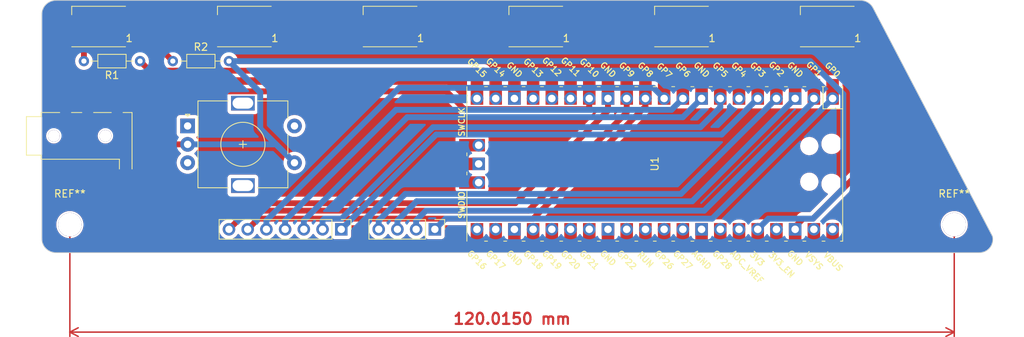
<source format=kicad_pcb>
(kicad_pcb (version 20221018) (generator pcbnew)
  (layers (0 "F.Cu" signal) (31 "B.Cu" signal) (34 "B.Paste" user) (35 "F.Paste" user) (36 "B.SilkS" user "B.Silkscreen") (37 "F.SilkS" user "F.Silkscreen") (38 "B.Mask" user) (39 "F.Mask" user) (44 "Edge.Cuts" user))
  (net 0 "")
  (net 1 "Net-(D1-VDD)")
  (net 2 "Net-(D1-DOUT)")
  (net 3 "Net-(D1-VSS)")
  (net 4 "Net-(D1-DIN)")
  (net 5 "Net-(D2-DOUT)")
  (net 6 "Net-(D3-DOUT)")
  (net 7 "Net-(D4-DOUT)")
  (net 8 "Net-(D5-DOUT)")
  (net 10 "Net-(J1-Pin_1)")
  (net 11 "Net-(J1-Pin_2)")
  (net 12 "Net-(J1-Pin_3)")
  (net 13 "Net-(J1-Pin_4)")
  (net 14 "Net-(J2-Pin_1)")
  (net 15 "Net-(J2-Pin_2)")
  (net 16 "Net-(J2-Pin_3)")
  (net 17 "Net-(J2-Pin_4)")
  (net 18 "Net-(J2-Pin_5)")
  (net 19 "Net-(J2-Pin_6)")
  (net 20 "Net-(J2-Pin_7)")
  (net 21 "Net-(J4-PadR1)")
  (net 22 "Net-(U1-GPIO10)")
  (net 23 "Net-(U1-GPIO14)")
  (net 24 "Net-(U1-3V3)")
  (net 25 "Net-(U1-GPIO13)")
  (net 26 "Net-(SW1-PadB)")
  (net 27 "Net-(U1-GPIO12)")
  (footprint "Connector_PinHeader_2.54mm:PinHeader_1x04_P2.54mm_Vertical" (layer "F.Cu") (at 123.19 104.14 -90)
    (fp_text reference "J1" hide)
    (fp_text value "Conn_01x04_Pin" hide)
    (fp_line (start -1.33 -1.33) (end 0 -1.33) (stroke (width 0.12)) (layer "F.SilkS"))
    (fp_line (start -1.33 0) (end -1.33 -1.33) (stroke (width 0.12)) (layer "F.SilkS"))
    (fp_line (start -1.33 1.27) (end -1.33 8.95) (stroke (width 0.12)) (layer "F.SilkS"))
    (fp_line (start -1.33 1.27) (end 1.33 1.27) (stroke (width 0.12)) (layer "F.SilkS"))
    (fp_line (start -1.33 8.95) (end 1.33 8.95) (stroke (width 0.12)) (layer "F.SilkS"))
    (fp_line (start 1.33 1.27) (end 1.33 8.95) (stroke (width 0.12)) (layer "F.SilkS"))
    (pad "1" thru_hole rect (at 0 0 270) (size 1.7 1.7) (drill 1) (layers "*.Cu" "*.Mask") (net 10 "Net-(J1-Pin_1)"))
    (pad "2" thru_hole oval (at 0 2.54 270) (size 1.7 1.7) (drill 1) (layers "*.Cu" "*.Mask") (net 11 "Net-(J1-Pin_2)"))
    (pad "3" thru_hole oval (at 0 5.08 270) (size 1.7 1.7) (drill 1) (layers "*.Cu" "*.Mask") (net 12 "Net-(J1-Pin_3)"))
    (pad "4" thru_hole oval (at 0 7.62 270) (size 1.7 1.7) (drill 1) (layers "*.Cu" "*.Mask") (net 13 "Net-(J1-Pin_4)"))
  )
  (footprint "MCU_RaspberryPi_and_Boards:RPi_Pico_SMD_TH" (layer "F.Cu") (at 153.035 95.25 -90)
    (fp_text reference "U1" (at 0 0 90) (layer "F.SilkS"))
    (fp_text value "Pico")
    (fp_text user "GP26" (at 13.054 -1.27 135) (layer "F.SilkS") (effects (font (size 0.8 0.8))))
    (fp_text user "GP0" (at -12.8 -24.13 135) (layer "F.SilkS") (effects (font (size 0.8 0.8))))
    (fp_text user "GP10" (at -13.054 8.89 135) (layer "F.SilkS") (effects (font (size 0.8 0.8))))
    (fp_text user "3V3" (at 12.9 -13.9 135) (layer "F.SilkS") (effects (font (size 0.8 0.8))))
    (fp_text user "GP16" (at 13.054 24.13 135) (layer "F.SilkS") (effects (font (size 0.8 0.8))))
    (fp_text user "GP27" (at 13.054 -3.8 135) (layer "F.SilkS") (effects (font (size 0.8 0.8))))
    (fp_text user "GP8" (at -12.8 1.27 135) (layer "F.SilkS") (effects (font (size 0.8 0.8))))
    (fp_text user "VSYS" (at 13.2 -21.59 135) (layer "F.SilkS") (effects (font (size 0.8 0.8))))
    (fp_text user "GP22" (at 13.054 3.81 135) (layer "F.SilkS") (effects (font (size 0.8 0.8))))
    (fp_text user "GP3" (at -12.8 -13.97 135) (layer "F.SilkS") (effects (font (size 0.8 0.8))))
    (fp_text user "SWDIO" (at 5.6 26.2 90) (layer "F.SilkS") (effects (font (size 0.8 0.8))))
    (fp_text user "GND" (at -12.8 -19.05 135) (layer "F.SilkS") (effects (font (size 0.8 0.8))))
    (fp_text user "SWCLK" (at -5.7 26.2 90) (layer "F.SilkS") (effects (font (size 0.8 0.8))))
    (fp_text user "GND" (at -12.8 6.35 135) (layer "F.SilkS") (effects (font (size 0.8 0.8))))
    (fp_text user "GND" (at 12.8 19.05 135) (layer "F.SilkS") (effects (font (size 0.8 0.8))))
    (fp_text user "RUN" (at 13 1.27 135) (layer "F.SilkS") (effects (font (size 0.8 0.8))))
    (fp_text user "GP12" (at -13.2 13.97 135) (layer "F.SilkS") (effects (font (size 0.8 0.8))))
    (fp_text user "GP14" (at -13.1 21.59 135) (layer "F.SilkS") (effects (font (size 0.8 0.8))))
    (fp_text user "3V3_EN" (at 13.7 -17.2 135) (layer "F.SilkS") (effects (font (size 0.8 0.8))))
    (fp_text user "GP21" (at 13.054 8.9 135) (layer "F.SilkS") (effects (font (size 0.8 0.8))))
    (fp_text user "ADC_VREF" (at 14 -12.5 135) (layer "F.SilkS") (effects (font (size 0.8 0.8))))
    (fp_text user "GND" (at -12.8 19.05 135) (layer "F.SilkS") (effects (font (size 0.8 0.8))))
    (fp_text user "GP28" (at 13.054 -9.144 135) (layer "F.SilkS") (effects (font (size 0.8 0.8))))
    (fp_text user "GP19" (at 13.054 13.97 135) (layer "F.SilkS") (effects (font (size 0.8 0.8))))
    (fp_text user "GP4" (at -12.8 -11.43 135) (layer "F.SilkS") (effects (font (size 0.8 0.8))))
    (fp_text user "GND" (at 12.8 -19.05 135) (layer "F.SilkS") (effects (font (size 0.8 0.8))))
    (fp_text user "GP7" (at -12.7 -1.3 135) (layer "F.SilkS") (effects (font (size 0.8 0.8))))
    (fp_text user "GP13" (at -13.054 16.51 135) (layer "F.SilkS") (effects (font (size 0.8 0.8))))
    (fp_text user "GP11" (at -13.2 11.43 135) (layer "F.SilkS") (effects (font (size 0.8 0.8))))
    (fp_text user "GND" (at 12.8 6.35 135) (layer "F.SilkS") (effects (font (size 0.8 0.8))))
    (fp_text user "GP17" (at 13.054 21.59 135) (layer "F.SilkS") (effects (font (size 0.8 0.8))))
    (fp_text user "GP18" (at 13.054 16.51 135) (layer "F.SilkS") (effects (font (size 0.8 0.8))))
    (fp_text user "GP6" (at -12.8 -3.81 135) (layer "F.SilkS") (effects (font (size 0.8 0.8))))
    (fp_text user "GP20" (at 13.054 11.43 135) (layer "F.SilkS") (effects (font (size 0.8 0.8))))
    (fp_text user "GP1" (at -12.9 -21.6 135) (layer "F.SilkS") (effects (font (size 0.8 0.8))))
    (fp_text user "AGND" (at 13.054 -6.35 135) (layer "F.SilkS") (effects (font (size 0.8 0.8))))
    (fp_text user "GP5" (at -12.8 -8.89 135) (layer "F.SilkS") (effects (font (size 0.8 0.8))))
    (fp_text user "GND" (at -12.8 -6.35 135) (layer "F.SilkS") (effects (font (size 0.8 0.8))))
    (fp_text user "GP2" (at -12.9 -16.51 135) (layer "F.SilkS") (effects (font (size 0.8 0.8))))
    (fp_text user "GP9" (at -12.8 3.81 135) (layer "F.SilkS") (effects (font (size 0.8 0.8))))
    (fp_text user "VBUS" (at 13.3 -24.2 135) (layer "F.SilkS") (effects (font (size 0.8 0.8))))
    (fp_text user "GP15" (at -13.054 24.13 135) (layer "F.SilkS") (effects (font (size 0.8 0.8))))
    (fp_line (start -10.5 -25.5) (end -10.5 -25.2) (stroke (width 0.12)) (layer "F.SilkS"))
    (fp_line (start -10.5 -25.5) (end 10.5 -25.5) (stroke (width 0.12)) (layer "F.SilkS"))
    (fp_line (start -10.5 -23.1) (end -10.5 -22.7) (stroke (width 0.12)) (layer "F.SilkS"))
    (fp_line (start -10.5 -22.833) (end -7.493 -22.833) (stroke (width 0.12)) (layer "F.SilkS"))
    (fp_line (start -10.5 -20.5) (end -10.5 -20.1) (stroke (width 0.12)) (layer "F.SilkS"))
    (fp_line (start -10.5 -18) (end -10.5 -17.6) (stroke (width 0.12)) (layer "F.SilkS"))
    (fp_line (start -10.5 -15.4) (end -10.5 -15) (stroke (width 0.12)) (layer "F.SilkS"))
    (fp_line (start -10.5 -12.9) (end -10.5 -12.5) (stroke (width 0.12)) (layer "F.SilkS"))
    (fp_line (start -10.5 -10.4) (end -10.5 -10) (stroke (width 0.12)) (layer "F.SilkS"))
    (fp_line (start -10.5 -7.8) (end -10.5 -7.4) (stroke (width 0.12)) (layer "F.SilkS"))
    (fp_line (start -10.5 -5.3) (end -10.5 -4.9) (stroke (width 0.12)) (layer "F.SilkS"))
    (fp_line (start -10.5 -2.7) (end -10.5 -2.3) (stroke (width 0.12)) (layer "F.SilkS"))
    (fp_line (start -10.5 -0.2) (end -10.5 0.2) (stroke (width 0.12)) (layer "F.SilkS"))
    (fp_line (start -10.5 2.3) (end -10.5 2.7) (stroke (width 0.12)) (layer "F.SilkS"))
    (fp_line (start -10.5 4.9) (end -10.5 5.3) (stroke (width 0.12)) (layer "F.SilkS"))
    (fp_line (start -10.5 7.4) (end -10.5 7.8) (stroke (width 0.12)) (layer "F.SilkS"))
    (fp_line (start -10.5 10) (end -10.5 10.4) (stroke (width 0.12)) (layer "F.SilkS"))
    (fp_line (start -10.5 12.5) (end -10.5 12.9) (stroke (width 0.12)) (layer "F.SilkS"))
    (fp_line (start -10.5 15.1) (end -10.5 15.5) (stroke (width 0.12)) (layer "F.SilkS"))
    (fp_line (start -10.5 17.6) (end -10.5 18) (stroke (width 0.12)) (layer "F.SilkS"))
    (fp_line (start -10.5 20.1) (end -10.5 20.5) (stroke (width 0.12)) (layer "F.SilkS"))
    (fp_line (start -10.5 22.7) (end -10.5 23.1) (stroke (width 0.12)) (layer "F.SilkS"))
    (fp_line (start -7.493 -22.833) (end -7.493 -25.5) (stroke (width 0.12)) (layer "F.SilkS"))
    (fp_line (start -3.7 25.5) (end -10.5 25.5) (stroke (width 0.12)) (layer "F.SilkS"))
    (fp_line (start -1.5 25.5) (end -1.1 25.5) (stroke (width 0.12)) (layer "F.SilkS"))
    (fp_line (start 1.1 25.5) (end 1.5 25.5) (stroke (width 0.12)) (layer "F.SilkS"))
    (fp_line (start 10.5 -25.5) (end 10.5 -25.2) (stroke (width 0.12)) (layer "F.SilkS"))
    (fp_line (start 10.5 -23.1) (end 10.5 -22.7) (stroke (width 0.12)) (layer "F.SilkS"))
    (fp_line (start 10.5 -20.5) (end 10.5 -20.1) (stroke (width 0.12)) (layer "F.SilkS"))
    (fp_line (start 10.5 -18) (end 10.5 -17.6) (stroke (width 0.12)) (layer "F.SilkS"))
    (fp_line (start 10.5 -15.4) (end 10.5 -15) (stroke (width 0.12)) (layer "F.SilkS"))
    (fp_line (start 10.5 -12.9) (end 10.5 -12.5) (stroke (width 0.12)) (layer "F.SilkS"))
    (fp_line (start 10.5 -10.4) (end 10.5 -10) (stroke (width 0.12)) (layer "F.SilkS"))
    (fp_line (start 10.5 -7.8) (end 10.5 -7.4) (stroke (width 0.12)) (layer "F.SilkS"))
    (fp_line (start 10.5 -5.3) (end 10.5 -4.9) (stroke (width 0.12)) (layer "F.SilkS"))
    (fp_line (start 10.5 -2.7) (end 10.5 -2.3) (stroke (width 0.12)) (layer "F.SilkS"))
    (fp_line (start 10.5 -0.2) (end 10.5 0.2) (stroke (width 0.12)) (layer "F.SilkS"))
    (fp_line (start 10.5 2.3) (end 10.5 2.7) (stroke (width 0.12)) (layer "F.SilkS"))
    (fp_line (start 10.5 4.9) (end 10.5 5.3) (stroke (width 0.12)) (layer "F.SilkS"))
    (fp_line (start 10.5 7.4) (end 10.5 7.8) (stroke (width 0.12)) (layer "F.SilkS"))
    (fp_line (start 10.5 10) (end 10.5 10.4) (stroke (width 0.12)) (layer "F.SilkS"))
    (fp_line (start 10.5 12.5) (end 10.5 12.9) (stroke (width 0.12)) (layer "F.SilkS"))
    (fp_line (start 10.5 15.1) (end 10.5 15.5) (stroke (width 0.12)) (layer "F.SilkS"))
    (fp_line (start 10.5 17.6) (end 10.5 18) (stroke (width 0.12)) (layer "F.SilkS"))
    (fp_line (start 10.5 20.1) (end 10.5 20.5) (stroke (width 0.12)) (layer "F.SilkS"))
    (fp_line (start 10.5 22.7) (end 10.5 23.1) (stroke (width 0.12)) (layer "F.SilkS"))
    (fp_line (start 10.5 25.5) (end 3.7 25.5) (stroke (width 0.12)) (layer "F.SilkS"))
    (pad "" np_thru_hole oval (at -2.725 -24 270) (size 1.8 1.8) (drill 1.8) (layers "*.Cu" "*.Mask"))
    (pad "" np_thru_hole oval (at -2.425 -20.97 270) (size 1.5 1.5) (drill 1.5) (layers "*.Cu" "*.Mask"))
    (pad "" np_thru_hole oval (at 2.425 -20.97 270) (size 1.5 1.5) (drill 1.5) (layers "*.Cu" "*.Mask"))
    (pad "" np_thru_hole oval (at 2.725 -24 270) (size 1.8 1.8) (drill 1.8) (layers "*.Cu" "*.Mask"))
    (pad "1" thru_hole oval (at -8.89 -24.13 270) (size 1.7 1.7) (drill 1.02) (layers "*.Cu" "*.Mask") (net 10 "Net-(J1-Pin_1)"))
    (pad "1" smd rect (at -8.89 -24.13 270) (size 3.5 1.7) (drill (offset -0.9 0)) (layers "F.Cu" "F.Mask") (net 10 "Net-(J1-Pin_1)"))
    (pad "2" thru_hole oval (at -8.89 -21.59 270) (size 1.7 1.7) (drill 1.02) (layers "*.Cu" "*.Mask") (net 11 "Net-(J1-Pin_2)"))
    (pad "2" smd rect (at -8.89 -21.59 270) (size 3.5 1.7) (drill (offset -0.9 0)) (layers "F.Cu" "F.Mask") (net 11 "Net-(J1-Pin_2)"))
    (pad "3" thru_hole rect (at -8.89 -19.05 270) (size 1.7 1.7) (drill 1.02) (layers "*.Cu" "*.Mask") (net 12 "Net-(J1-Pin_3)"))
    (pad "3" smd rect (at -8.89 -19.05 270) (size 3.5 1.7) (drill (offset -0.9 0)) (layers "F.Cu" "F.Mask") (net 12 "Net-(J1-Pin_3)"))
    (pad "4" thru_hole oval (at -8.89 -16.51 270) (size 1.7 1.7) (drill 1.02) (layers "*.Cu" "*.Mask") (net 13 "Net-(J1-Pin_4)"))
    (pad "4" smd rect (at -8.89 -16.51 270) (size 3.5 1.7) (drill (offset -0.9 0)) (layers "F.Cu" "F.Mask") (net 13 "Net-(J1-Pin_4)"))
    (pad "5" thru_hole oval (at -8.89 -13.97 270) (size 1.7 1.7) (drill 1.02) (layers "*.Cu" "*.Mask") (net 14 "Net-(J2-Pin_1)"))
    (pad "5" smd rect (at -8.89 -13.97 270) (size 3.5 1.7) (drill (offset -0.9 0)) (layers "F.Cu" "F.Mask") (net 14 "Net-(J2-Pin_1)"))
    (pad "6" thru_hole oval (at -8.89 -11.43 270) (size 1.7 1.7) (drill 1.02) (layers "*.Cu" "*.Mask"))
    (pad "6" smd rect (at -8.89 -11.43 270) (size 3.5 1.7) (drill (offset -0.9 0)) (layers "F.Cu" "F.Mask"))
    (pad "7" thru_hole oval (at -8.89 -8.89 270) (size 1.7 1.7) (drill 1.02) (layers "*.Cu" "*.Mask") (net 15 "Net-(J2-Pin_2)"))
    (pad "7" smd rect (at -8.89 -8.89 270) (size 3.5 1.7) (drill (offset -0.9 0)) (layers "F.Cu" "F.Mask") (net 15 "Net-(J2-Pin_2)"))
    (pad "8" thru_hole rect (at -8.89 -6.35 270) (size 1.7 1.7) (drill 1.02) (layers "*.Cu" "*.Mask") (net 16 "Net-(J2-Pin_3)"))
    (pad "8" smd rect (at -8.89 -6.35 270) (size 3.5 1.7) (drill (offset -0.9 0)) (layers "F.Cu" "F.Mask") (net 16 "Net-(J2-Pin_3)"))
    (pad "9" thru_hole oval (at -8.89 -3.81 270) (size 1.7 1.7) (drill 1.02) (layers "*.Cu" "*.Mask") (net 17 "Net-(J2-Pin_4)"))
    (pad "9" smd rect (at -8.89 -3.81 270) (size 3.5 1.7) (drill (offset -0.9 0)) (layers "F.Cu" "F.Mask") (net 17 "Net-(J2-Pin_4)"))
    (pad "10" thru_hole oval (at -8.89 -1.27 270) (size 1.7 1.7) (drill 1.02) (layers "*.Cu" "*.Mask") (net 18 "Net-(J2-Pin_5)"))
    (pad "10" smd rect (at -8.89 -1.27 270) (size 3.5 1.7) (drill (offset -0.9 0)) (layers "F.Cu" "F.Mask") (net 18 "Net-(J2-Pin_5)"))
    (pad "11" thru_hole oval (at -8.89 1.27 270) (size 1.7 1.7) (drill 1.02) (layers "*.Cu" "*.Mask") (net 19 "Net-(J2-Pin_6)"))
    (pad "11" smd rect (at -8.89 1.27 270) (size 3.5 1.7) (drill (offset -0.9 0)) (layers "F.Cu" "F.Mask") (net 19 "Net-(J2-Pin_6)"))
    (pad "12" thru_hole oval (at -8.89 3.81 270) (size 1.7 1.7) (drill 1.02) (layers "*.Cu" "*.Mask") (net 20 "Net-(J2-Pin_7)"))
    (pad "12" smd rect (at -8.89 3.81 270) (size 3.5 1.7) (drill (offset -0.9 0)) (layers "F.Cu" "F.Mask") (net 20 "Net-(J2-Pin_7)"))
    (pad "13" thru_hole rect (at -8.89 6.35 270) (size 1.7 1.7) (drill 1.02) (layers "*.Cu" "*.Mask") (net 21 "Net-(J4-PadR1)"))
    (pad "13" smd rect (at -8.89 6.35 270) (size 3.5 1.7) (drill (offset -0.9 0)) (layers "F.Cu" "F.Mask") (net 21 "Net-(J4-PadR1)"))
    (pad "14" thru_hole oval (at -8.89 8.89 270) (size 1.7 1.7) (drill 1.02) (layers "*.Cu" "*.Mask") (net 22 "Net-(U1-GPIO10)"))
    (pad "14" smd rect (at -8.89 8.89 270) (size 3.5 1.7) (drill (offset -0.9 0)) (layers "F.Cu" "F.Mask") (net 22 "Net-(U1-GPIO10)"))
    (pad "15" thru_hole oval (at -8.89 11.43 270) (size 1.7 1.7) (drill 1.02) (layers "*.Cu" "*.Mask"))
    (pad "15" smd rect (at -8.89 11.43 270) (size 3.5 1.7) (drill (offset -0.9 0)) (layers "F.Cu" "F.Mask"))
    (pad "16" thru_hole oval (at -8.89 13.97 270) (size 1.7 1.7) (drill 1.02) (layers "*.Cu" "*.Mask") (net 27 "Net-(U1-GPIO12)"))
    (pad "16" smd rect (at -8.89 13.97 270) (size 3.5 1.7) (drill (offset -0.9 0)) (layers "F.Cu" "F.Mask") (net 27 "Net-(U1-GPIO12)"))
    (pad "17" thru_hole oval (at -8.89 16.51 270) (size 1.7 1.7) (drill 1.02) (layers "*.Cu" "*.Mask") (net 25 "Net-(U1-GPIO13)"))
    (pad "17" smd rect (at -8.89 16.51 270) (size 3.5 1.7) (drill (offset -0.9 0)) (layers "F.Cu" "F.Mask") (net 25 "Net-(U1-GPIO13)"))
    (pad "18" thru_hole rect (at -8.89 19.05 270) (size 1.7 1.7) (drill 1.02) (layers "*.Cu" "*.Mask") (net 26 "Net-(SW1-PadB)"))
    (pad "18" smd rect (at -8.89 19.05 270) (size 3.5 1.7) (drill (offset -0.9 0)) (layers "F.Cu" "F.Mask") (net 26 "Net-(SW1-PadB)"))
    (pad "19" thru_hole oval (at -8.89 21.59 270) (size 1.7 1.7) (drill 1.02) (layers "*.Cu" "*.Mask") (net 23 "Net-(U1-GPIO14)"))
    (pad "19" smd rect (at -8.89 21.59 270) (size 3.5 1.7) (drill (offset -0.9 0)) (layers "F.Cu" "F.Mask") (net 23 "Net-(U1-GPIO14)"))
    (pad "20" thru_hole oval (at -8.89 24.13 270) (size 1.7 1.7) (drill 1.02) (layers "*.Cu" "*.Mask"))
    (pad "20" smd rect (at -8.89 24.13 270) (size 3.5 1.7) (drill (offset -0.9 0)) (layers "F.Cu" "F.Mask"))
    (pad "21" thru_hole oval (at 8.89 24.13 270) (size 1.7 1.7) (drill 1.02) (layers "*.Cu" "*.Mask"))
    (pad "21" smd rect (at 8.89 24.13 270) (size 3.5 1.7) (drill (offset 0.9 0)) (layers "F.Cu" "F.Mask"))
    (pad "22" thru_hole oval (at 8.89 21.59 270) (size 1.7 1.7) (drill 1.02) (layers "*.Cu" "*.Mask"))
    (pad "22" smd rect (at 8.89 21.59 270) (size 3.5 1.7) (drill (offset 0.9 0)) (layers "F.Cu" "F.Mask"))
    (pad "23" thru_hole rect (at 8.89 19.05 270) (size 1.7 1.7) (drill 1.02) (layers "*.Cu" "*.Mask"))
    (pad "23" smd rect (at 8.89 19.05 270) (size 3.5 1.7) (drill (offset 0.9 0)) (layers "F.Cu" "F.Mask"))
    (pad "24" thru_hole oval (at 8.89 16.51 270) (size 1.7 1.7) (drill 1.02) (layers "*.Cu" "*.Mask"))
    (pad "24" smd rect (at 8.89 16.51 270) (size 3.5 1.7) (drill (offset 0.9 0)) (layers "F.Cu" "F.Mask"))
    (pad "25" thru_hole oval (at 8.89 13.97 270) (size 1.7 1.7) (drill 1.02) (layers "*.Cu" "*.Mask"))
    (pad "25" smd rect (at 8.89 13.97 270) (size 3.5 1.7) (drill (offset 0.9 0)) (layers "F.Cu" "F.Mask"))
    (pad "26" thru_hole oval (at 8.89 11.43 270) (size 1.7 1.7) (drill 1.02) (layers "*.Cu" "*.Mask"))
    (pad "26" smd rect (at 8.89 11.43 270) (size 3.5 1.7) (drill (offset 0.9 0)) (layers "F.Cu" "F.Mask"))
    (pad "27" thru_hole oval (at 8.89 8.89 270) (size 1.7 1.7) (drill 1.02) (layers "*.Cu" "*.Mask"))
    (pad "27" smd rect (at 8.89 8.89 270) (size 3.5 1.7) (drill (offset 0.9 0)) (layers "F.Cu" "F.Mask"))
    (pad "28" thru_hole rect (at 8.89 6.35 270) (size 1.7 1.7) (drill 1.02) (layers "*.Cu" "*.Mask"))
    (pad "28" smd rect (at 8.89 6.35 270) (size 3.5 1.7) (drill (offset 0.9 0)) (layers "F.Cu" "F.Mask"))
    (pad "29" thru_hole oval (at 8.89 3.81 270) (size 1.7 1.7) (drill 1.02) (layers "*.Cu" "*.Mask"))
    (pad "29" smd rect (at 8.89 3.81 270) (size 3.5 1.7) (drill (offset 0.9 0)) (layers "F.Cu" "F.Mask"))
    (pad "30" thru_hole oval (at 8.89 1.27 270) (size 1.7 1.7) (drill 1.02) (layers "*.Cu" "*.Mask"))
    (pad "30" smd rect (at 8.89 1.27 270) (size 3.5 1.7) (drill (offset 0.9 0)) (layers "F.Cu" "F.Mask"))
    (pad "31" thru_hole oval (at 8.89 -1.27 270) (size 1.7 1.7) (drill 1.02) (layers "*.Cu" "*.Mask"))
    (pad "31" smd rect (at 8.89 -1.27 270) (size 3.5 1.7) (drill (offset 0.9 0)) (layers "F.Cu" "F.Mask"))
    (pad "32" thru_hole oval (at 8.89 -3.81 270) (size 1.7 1.7) (drill 1.02) (layers "*.Cu" "*.Mask"))
    (pad "32" smd rect (at 8.89 -3.81 270) (size 3.5 1.7) (drill (offset 0.9 0)) (layers "F.Cu" "F.Mask"))
    (pad "33" thru_hole rect (at 8.89 -6.35 270) (size 1.7 1.7) (drill 1.02) (layers "*.Cu" "*.Mask"))
    (pad "33" smd rect (at 8.89 -6.35 270) (size 3.5 1.7) (drill (offset 0.9 0)) (layers "F.Cu" "F.Mask"))
    (pad "34" thru_hole oval (at 8.89 -8.89 270) (size 1.7 1.7) (drill 1.02) (layers "*.Cu" "*.Mask"))
    (pad "34" smd rect (at 8.89 -8.89 270) (size 3.5 1.7) (drill (offset 0.9 0)) (layers "F.Cu" "F.Mask"))
    (pad "35" thru_hole oval (at 8.89 -11.43 270) (size 1.7 1.7) (drill 1.02) (layers "*.Cu" "*.Mask"))
    (pad "35" smd rect (at 8.89 -11.43 270) (size 3.5 1.7) (drill (offset 0.9 0)) (layers "F.Cu" "F.Mask"))
    (pad "36" thru_hole oval (at 8.89 -13.97 270) (size 1.7 1.7) (drill 1.02) (layers "*.Cu" "*.Mask") (net 24 "Net-(U1-3V3)"))
    (pad "36" smd rect (at 8.89 -13.97 270) (size 3.5 1.7) (drill (offset 0.9 0)) (layers "F.Cu" "F.Mask") (net 24 "Net-(U1-3V3)"))
    (pad "37" thru_hole oval (at 8.89 -16.51 270) (size 1.7 1.7) (drill 1.02) (layers "*.Cu" "*.Mask"))
    (pad "37" smd rect (at 8.89 -16.51 270) (size 3.5 1.7) (drill (offset 0.9 0)) (layers "F.Cu" "F.Mask"))
    (pad "38" thru_hole rect (at 8.89 -19.05 270) (size 1.7 1.7) (drill 1.02) (layers "*.Cu" "*.Mask") (net 3 "Net-(D1-VSS)"))
    (pad "38" smd rect (at 8.89 -19.05 270) (size 3.5 1.7) (drill (offset 0.9 0)) (layers "F.Cu" "F.Mask") (net 3 "Net-(D1-VSS)"))
    (pad "39" thru_hole oval (at 8.89 -21.59 270) (size 1.7 1.7) (drill 1.02) (layers "*.Cu" "*.Mask"))
    (pad "39" smd rect (at 8.89 -21.59 270) (size 3.5 1.7) (drill (offset 0.9 0)) (layers "F.Cu" "F.Mask"))
    (pad "40" thru_hole oval (at 8.89 -24.13 270) (size 1.7 1.7) (drill 1.02) (layers "*.Cu" "*.Mask"))
    (pad "40" smd rect (at 8.89 -24.13 270) (size 3.5 1.7) (drill (offset 0.9 0)) (layers "F.Cu" "F.Mask"))
    (pad "41" thru_hole oval (at -2.54 23.9 270) (size 1.7 1.7) (drill 1.02) (layers "*.Cu" "*.Mask"))
    (pad "41" smd rect (at -2.54 23.9) (size 3.5 1.7) (drill (offset -0.9 0)) (layers "F.Cu" "F.Mask"))
    (pad "42" thru_hole rect (at 0 23.9 270) (size 1.7 1.7) (drill 1.02) (layers "*.Cu" "*.Mask"))
    (pad "42" smd rect (at 0 23.9) (size 3.5 1.7) (drill (offset -0.9 0)) (layers "F.Cu" "F.Mask"))
    (pad "43" thru_hole oval (at 2.54 23.9 270) (size 1.7 1.7) (drill 1.02) (layers "*.Cu" "*.Mask"))
    (pad "43" smd rect (at 2.54 23.9) (size 3.5 1.7) (drill (offset -0.9 0)) (layers "F.Cu" "F.Mask"))
  )
  (footprint "MountingHole:MountingHole_3.2mm_M3" (layer "F.Cu") (at 73.66 103.505)
    (fp_text reference "REF**" (at 0 -4.2) (layer "F.SilkS"))
    (fp_text value "MountingHole_3.2mm_M3")
    (pad "" thru_hole circle (at 0 0) (size 3.2 3.2) (drill 3.2) (layers "*.Cu" "*.Mask"))
  )
  (footprint "Connector_Audio:Jack_3.5mm_KoreanHropartsElec_PJ-320D-4A_Horizontal" (layer "F.Cu") (at 76.23 91.44)
    (fp_text reference "J4" hide)
    (fp_text value "AudioJack4" hide)
    (fp_line (start -8.47 -2.62) (end -6.47 -2.62) (stroke (width 0.12)) (layer "F.SilkS"))
    (fp_line (start -8.47 2.62) (end -8.47 -2.62) (stroke (width 0.12)) (layer "F.SilkS"))
    (fp_line (start -6.47 -3.17) (end -3.95 -3.17) (stroke (width 0.12)) (layer "F.SilkS"))
    (fp_line (start -6.47 -2.62) (end -6.47 -3.17) (stroke (width 0.12)) (layer "F.SilkS"))
    (fp_line (start -6.47 2.62) (end -8.47 2.62) (stroke (width 0.12)) (layer "F.SilkS"))
    (fp_line (start -6.47 3.17) (end -6.47 2.62) (stroke (width 0.12)) (layer "F.SilkS"))
    (fp_line (start -2.35 -3.17) (end -0.95 -3.17) (stroke (width 0.12)) (layer "F.SilkS"))
    (fp_line (start 0.65 -3.17) (end 3.05 -3.17) (stroke (width 0.12)) (layer "F.SilkS"))
    (fp_line (start 4.15 3.17) (end -6.47 3.17) (stroke (width 0.12)) (layer "F.SilkS"))
    (fp_line (start 4.15 4.5) (end 4.15 3.17) (stroke (width 0.12)) (layer "F.SilkS"))
    (fp_line (start 5.87 -3.17) (end 4.65 -3.17) (stroke (width 0.12)) (layer "F.SilkS"))
    (fp_line (start 5.87 -3.17) (end 5.87 4.5) (stroke (width 0.12)) (layer "F.SilkS"))
    (pad "" thru_hole circle (at -4.75 0) (size 1.6 1.6) (drill 1.6) (layers "*.Cu" "*.Mask"))
    (pad "" thru_hole circle (at 2.25 0) (size 1.6 1.6) (drill 1.6) (layers "*.Cu" "*.Mask"))
    (pad "R1" smd rect (at -0.15 -3.25) (size 1.2 2.5) (layers "F.Cu" "F.Paste" "F.Mask") (net 21 "Net-(J4-PadR1)"))
    (pad "R2" smd rect (at -3.15 -3.25) (size 1.2 2.5) (layers "F.Cu" "F.Paste" "F.Mask") (net 22 "Net-(U1-GPIO10)"))
    (pad "S" smd rect (at 4.95 3.25) (size 1.2 2.5) (layers "F.Cu" "F.Paste" "F.Mask") (net 3 "Net-(D1-VSS)"))
    (pad "T" smd rect (at 3.85 -3.25) (size 1.2 2.5) (layers "F.Cu" "F.Paste" "F.Mask") (net 24 "Net-(U1-3V3)"))
  )
  (footprint "LED_SMD:LED_WS2812B_PLCC4_5.0x5.0mm_P3.2mm" (layer "F.Cu") (at 156.664 76.58 180)
    (fp_text reference "D5" hide)
    (fp_text value "WS2812B" hide)
    (fp_text user "1" (at -4.15 -1.6) (layer "F.SilkS"))
    (fp_line (start -3.65 -2.75) (end 3.65 -2.75) (stroke (width 0.12)) (layer "F.SilkS"))
    (fp_line (start -3.65 2.75) (end 3.65 2.75) (stroke (width 0.12)) (layer "F.SilkS"))
    (fp_line (start 3.65 2.75) (end 3.65 1.6) (stroke (width 0.12)) (layer "F.SilkS"))
    (pad "1" smd rect (at -2.45 -1.65 180) (size 1.5 0.9) (layers "F.Cu" "F.Paste" "F.Mask") (net 1 "Net-(D1-VDD)"))
    (pad "2" smd rect (at -2.45 1.65 180) (size 1.5 0.9) (layers "F.Cu" "F.Paste" "F.Mask") (net 8 "Net-(D5-DOUT)"))
    (pad "3" smd rect (at 2.45 1.65 180) (size 1.5 0.9) (layers "F.Cu" "F.Paste" "F.Mask") (net 3 "Net-(D1-VSS)"))
    (pad "4" smd rect (at 2.45 -1.65 180) (size 1.5 0.9) (layers "F.Cu" "F.Paste" "F.Mask") (net 7 "Net-(D4-DOUT)"))
  )
  (footprint "LED_SMD:LED_WS2812B_PLCC4_5.0x5.0mm_P3.2mm" (layer "F.Cu") (at 77.56 76.58 180)
    (fp_text reference "D1" hide)
    (fp_text value "WS2812B" hide)
    (fp_text user "1" (at -4.15 -1.6) (layer "F.SilkS"))
    (fp_line (start -3.65 -2.75) (end 3.65 -2.75) (stroke (width 0.12)) (layer "F.SilkS"))
    (fp_line (start -3.65 2.75) (end 3.65 2.75) (stroke (width 0.12)) (layer "F.SilkS"))
    (fp_line (start 3.65 2.75) (end 3.65 1.6) (stroke (width 0.12)) (layer "F.SilkS"))
    (pad "1" smd rect (at -2.45 -1.65 180) (size 1.5 0.9) (layers "F.Cu" "F.Paste" "F.Mask") (net 1 "Net-(D1-VDD)"))
    (pad "2" smd rect (at -2.45 1.65 180) (size 1.5 0.9) (layers "F.Cu" "F.Paste" "F.Mask") (net 2 "Net-(D1-DOUT)"))
    (pad "3" smd rect (at 2.45 1.65 180) (size 1.5 0.9) (layers "F.Cu" "F.Paste" "F.Mask") (net 3 "Net-(D1-VSS)"))
    (pad "4" smd rect (at 2.45 -1.65 180) (size 1.5 0.9) (layers "F.Cu" "F.Paste" "F.Mask") (net 4 "Net-(D1-DIN)"))
  )
  (footprint "LED_SMD:LED_WS2812B_PLCC4_5.0x5.0mm_P3.2mm" (layer "F.Cu") (at 117.112 76.58 180)
    (fp_text reference "D3" hide)
    (fp_text value "WS2812B" hide)
    (fp_text user "1" (at -4.15 -1.6) (layer "F.SilkS"))
    (fp_line (start -3.65 -2.75) (end 3.65 -2.75) (stroke (width 0.12)) (layer "F.SilkS"))
    (fp_line (start -3.65 2.75) (end 3.65 2.75) (stroke (width 0.12)) (layer "F.SilkS"))
    (fp_line (start 3.65 2.75) (end 3.65 1.6) (stroke (width 0.12)) (layer "F.SilkS"))
    (pad "1" smd rect (at -2.45 -1.65 180) (size 1.5 0.9) (layers "F.Cu" "F.Paste" "F.Mask") (net 1 "Net-(D1-VDD)"))
    (pad "2" smd rect (at -2.45 1.65 180) (size 1.5 0.9) (layers "F.Cu" "F.Paste" "F.Mask") (net 6 "Net-(D3-DOUT)"))
    (pad "3" smd rect (at 2.45 1.65 180) (size 1.5 0.9) (layers "F.Cu" "F.Paste" "F.Mask") (net 3 "Net-(D1-VSS)"))
    (pad "4" smd rect (at 2.45 -1.65 180) (size 1.5 0.9) (layers "F.Cu" "F.Paste" "F.Mask") (net 5 "Net-(D2-DOUT)"))
  )
  (footprint "Resistor_THT:R_Axial_DIN0204_L3.6mm_D1.6mm_P7.62mm_Horizontal" (layer "F.Cu") (at 87.63 81.28)
    (fp_text reference "R2" (at 3.81 -1.92) (layer "F.SilkS"))
    (fp_text value "R")
    (fp_line (start 0.94 0) (end 1.89 0) (stroke (width 0.12)) (layer "F.SilkS"))
    (fp_line (start 1.89 -0.92) (end 1.89 0.92) (stroke (width 0.12)) (layer "F.SilkS"))
    (fp_line (start 1.89 0.92) (end 5.73 0.92) (stroke (width 0.12)) (layer "F.SilkS"))
    (fp_line (start 5.73 -0.92) (end 1.89 -0.92) (stroke (width 0.12)) (layer "F.SilkS"))
    (fp_line (start 5.73 0.92) (end 5.73 -0.92) (stroke (width 0.12)) (layer "F.SilkS"))
    (fp_line (start 6.68 0) (end 5.73 0) (stroke (width 0.12)) (layer "F.SilkS"))
    (pad "1" thru_hole circle (at 0 0) (size 1.4 1.4) (drill 0.7) (layers "*.Cu" "*.Mask") (net 1 "Net-(D1-VDD)"))
    (pad "2" thru_hole oval (at 7.62 0) (size 1.4 1.4) (drill 0.7) (layers "*.Cu" "*.Mask") (net 24 "Net-(U1-3V3)"))
  )
  (footprint "MountingHole:MountingHole_3.2mm_M3" (layer "F.Cu") (at 193.675 103.505)
    (fp_text reference "REF**" (at 0 -4.2) (layer "F.SilkS"))
    (fp_text value "MountingHole_3.2mm_M3")
    (pad "" thru_hole circle (at 0 0) (size 3.2 3.2) (drill 3.2) (layers "*.Cu" "*.Mask"))
  )
  (footprint "Resistor_THT:R_Axial_DIN0204_L3.6mm_D1.6mm_P7.62mm_Horizontal" (layer "F.Cu") (at 83.185 81.28 180)
    (fp_text reference "R1" (at 3.81 -1.92) (layer "F.SilkS"))
    (fp_text value "R")
    (fp_line (start 0.94 0) (end 1.89 0) (stroke (width 0.12)) (layer "F.SilkS"))
    (fp_line (start 1.89 -0.92) (end 1.89 0.92) (stroke (width 0.12)) (layer "F.SilkS"))
    (fp_line (start 1.89 0.92) (end 5.73 0.92) (stroke (width 0.12)) (layer "F.SilkS"))
    (fp_line (start 5.73 -0.92) (end 1.89 -0.92) (stroke (width 0.12)) (layer "F.SilkS"))
    (fp_line (start 5.73 0.92) (end 5.73 -0.92) (stroke (width 0.12)) (layer "F.SilkS"))
    (fp_line (start 6.68 0) (end 5.73 0) (stroke (width 0.12)) (layer "F.SilkS"))
    (pad "1" thru_hole circle (at 0 0 180) (size 1.4 1.4) (drill 0.7) (layers "*.Cu" "*.Mask") (net 23 "Net-(U1-GPIO14)"))
    (pad "2" thru_hole oval (at 7.62 0 180) (size 1.4 1.4) (drill 0.7) (layers "*.Cu" "*.Mask") (net 4 "Net-(D1-DIN)"))
  )
  (footprint "Connector_PinHeader_2.54mm:PinHeader_1x07_P2.54mm_Vertical" (layer "F.Cu") (at 110.49 104.14 -90)
    (fp_text reference "J2" hide)
    (fp_text value "Conn_01x07_Pin" hide)
    (fp_line (start -1.33 -1.33) (end 0 -1.33) (stroke (width 0.12)) (layer "F.SilkS"))
    (fp_line (start -1.33 0) (end -1.33 -1.33) (stroke (width 0.12)) (layer "F.SilkS"))
    (fp_line (start -1.33 1.27) (end -1.33 16.57) (stroke (width 0.12)) (layer "F.SilkS"))
    (fp_line (start -1.33 1.27) (end 1.33 1.27) (stroke (width 0.12)) (layer "F.SilkS"))
    (fp_line (start -1.33 16.57) (end 1.33 16.57) (stroke (width 0.12)) (layer "F.SilkS"))
    (fp_line (start 1.33 1.27) (end 1.33 16.57) (stroke (width 0.12)) (layer "F.SilkS"))
    (pad "1" thru_hole rect (at 0 0 270) (size 1.7 1.7) (drill 1) (layers "*.Cu" "*.Mask") (net 14 "Net-(J2-Pin_1)"))
    (pad "2" thru_hole oval (at 0 2.54 270) (size 1.7 1.7) (drill 1) (layers "*.Cu" "*.Mask") (net 15 "Net-(J2-Pin_2)"))
    (pad "3" thru_hole oval (at 0 5.08 270) (size 1.7 1.7) (drill 1) (layers "*.Cu" "*.Mask") (net 16 "Net-(J2-Pin_3)"))
    (pad "4" thru_hole oval (at 0 7.62 270) (size 1.7 1.7) (drill 1) (layers "*.Cu" "*.Mask") (net 17 "Net-(J2-Pin_4)"))
    (pad "5" thru_hole oval (at 0 10.16 270) (size 1.7 1.7) (drill 1) (layers "*.Cu" "*.Mask") (net 18 "Net-(J2-Pin_5)"))
    (pad "6" thru_hole oval (at 0 12.7 270) (size 1.7 1.7) (drill 1) (layers "*.Cu" "*.Mask") (net 19 "Net-(J2-Pin_6)"))
    (pad "7" thru_hole oval (at 0 15.24 270) (size 1.7 1.7) (drill 1) (layers "*.Cu" "*.Mask") (net 20 "Net-(J2-Pin_7)"))
  )
  (footprint "LED_SMD:LED_WS2812B_PLCC4_5.0x5.0mm_P3.2mm" (layer "F.Cu") (at 176.44 76.58 180)
    (fp_text reference "D6" hide)
    (fp_text value "WS2812B" hide)
    (fp_text user "1" (at -4.15 -1.6) (layer "F.SilkS"))
    (fp_line (start -3.65 -2.75) (end 3.65 -2.75) (stroke (width 0.12)) (layer "F.SilkS"))
    (fp_line (start -3.65 2.75) (end 3.65 2.75) (stroke (width 0.12)) (layer "F.SilkS"))
    (fp_line (start 3.65 2.75) (end 3.65 1.6) (stroke (width 0.12)) (layer "F.SilkS"))
    (pad "1" smd rect (at -2.45 -1.65 180) (size 1.5 0.9) (layers "F.Cu" "F.Paste" "F.Mask") (net 1 "Net-(D1-VDD)"))
    (pad "2" smd rect (at -2.45 1.65 180) (size 1.5 0.9) (layers "F.Cu" "F.Paste" "F.Mask"))
    (pad "3" smd rect (at 2.45 1.65 180) (size 1.5 0.9) (layers "F.Cu" "F.Paste" "F.Mask") (net 3 "Net-(D1-VSS)"))
    (pad "4" smd rect (at 2.45 -1.65 180) (size 1.5 0.9) (layers "F.Cu" "F.Paste" "F.Mask") (net 8 "Net-(D5-DOUT)"))
  )
  (footprint "Rotary_Encoder:RotaryEncoder_Alps_EC11E-Switch_Vertical_H20mm" (layer "F.Cu") (at 89.64 90.095)
    (fp_text reference "SW1" hide)
    (fp_text value "RotaryEncoder_Switch" hide)
    (fp_line (start -0.3 -1.6) (end 0.3 -1.6) (stroke (width 0.12)) (layer "F.SilkS"))
    (fp_line (start 0 -1.3) (end -0.3 -1.6) (stroke (width 0.12)) (layer "F.SilkS"))
    (fp_line (start 0.3 -1.6) (end 0 -1.3) (stroke (width 0.12)) (layer "F.SilkS"))
    (fp_line (start 1.4 -3.4) (end 1.4 8.4) (stroke (width 0.12)) (layer "F.SilkS"))
    (fp_line (start 5.5 -3.4) (end 1.4 -3.4) (stroke (width 0.12)) (layer "F.SilkS"))
    (fp_line (start 5.5 8.4) (end 1.4 8.4) (stroke (width 0.12)) (layer "F.SilkS"))
    (fp_line (start 7 2.5) (end 8 2.5) (stroke (width 0.12)) (layer "F.SilkS"))
    (fp_line (start 7.5 2) (end 7.5 3) (stroke (width 0.12)) (layer "F.SilkS"))
    (fp_line (start 9.5 -3.4) (end 13.6 -3.4) (stroke (width 0.12)) (layer "F.SilkS"))
    (fp_line (start 13.6 -3.4) (end 13.6 -1) (stroke (width 0.12)) (layer "F.SilkS"))
    (fp_line (start 13.6 1.2) (end 13.6 3.8) (stroke (width 0.12)) (layer "F.SilkS"))
    (fp_line (start 13.6 6) (end 13.6 8.4) (stroke (width 0.12)) (layer "F.SilkS"))
    (fp_line (start 13.6 8.4) (end 9.5 8.4) (stroke (width 0.12)) (layer "F.SilkS"))
    (fp_circle (center 7.5 2.5) (end 10.5 2.5) (stroke (width 0.12)) (fill none) (layer "F.SilkS"))
    (pad "A" thru_hole rect (at 0 0) (size 2 2) (drill 1) (layers "*.Cu" "*.Mask") (net 25 "Net-(U1-GPIO13)"))
    (pad "B" thru_hole circle (at 0 5) (size 2 2) (drill 1) (layers "*.Cu" "*.Mask") (net 26 "Net-(SW1-PadB)"))
    (pad "C" thru_hole circle (at 0 2.5) (size 2 2) (drill 1) (layers "*.Cu" "*.Mask") (net 24 "Net-(U1-3V3)"))
    (pad "MP" thru_hole rect (at 7.5 -3.1) (size 3.2 2) (drill oval 2.8 1.5) (layers "*.Cu" "*.Mask"))
    (pad "MP" thru_hole rect (at 7.5 8.1) (size 3.2 2) (drill oval 2.8 1.5) (layers "*.Cu" "*.Mask"))
    (pad "S1" thru_hole circle (at 14.5 5) (size 2 2) (drill 1) (layers "*.Cu" "*.Mask") (net 24 "Net-(U1-3V3)"))
    (pad "S2" thru_hole circle (at 14.5 0) (size 2 2) (drill 1) (layers "*.Cu" "*.Mask") (net 27 "Net-(U1-GPIO12)"))
  )
  (footprint "LED_SMD:LED_WS2812B_PLCC4_5.0x5.0mm_P3.2mm" (layer "F.Cu") (at 136.888 76.58 180)
    (fp_text reference "D4" hide)
    (fp_text value "WS2812B" hide)
    (fp_text user "1" (at -4.15 -1.6) (layer "F.SilkS"))
    (fp_line (start -3.65 -2.75) (end 3.65 -2.75) (stroke (width 0.12)) (layer "F.SilkS"))
    (fp_line (start -3.65 2.75) (end 3.65 2.75) (stroke (width 0.12)) (layer "F.SilkS"))
    (fp_line (start 3.65 2.75) (end 3.65 1.6) (stroke (width 0.12)) (layer "F.SilkS"))
    (pad "1" smd rect (at -2.45 -1.65 180) (size 1.5 0.9) (layers "F.Cu" "F.Paste" "F.Mask") (net 1 "Net-(D1-VDD)"))
    (pad "2" smd rect (at -2.45 1.65 180) (size 1.5 0.9) (layers "F.Cu" "F.Paste" "F.Mask") (net 7 "Net-(D4-DOUT)"))
    (pad "3" smd rect (at 2.45 1.65 180) (size 1.5 0.9) (layers "F.Cu" "F.Paste" "F.Mask") (net 3 "Net-(D1-VSS)"))
    (pad "4" smd rect (at 2.45 -1.65 180) (size 1.5 0.9) (layers "F.Cu" "F.Paste" "F.Mask") (net 6 "Net-(D3-DOUT)"))
  )
  (footprint "LED_SMD:LED_WS2812B_PLCC4_5.0x5.0mm_P3.2mm" (layer "F.Cu") (at 97.336 76.58 180)
    (fp_text reference "D2" hide)
    (fp_text value "WS2812B" hide)
    (fp_text user "1" (at -4.15 -1.6) (layer "F.SilkS"))
    (fp_line (start -3.65 -2.75) (end 3.65 -2.75) (stroke (width 0.12)) (layer "F.SilkS"))
    (fp_line (start -3.65 2.75) (end 3.65 2.75) (stroke (width 0.12)) (layer "F.SilkS"))
    (fp_line (start 3.65 2.75) (end 3.65 1.6) (stroke (width 0.12)) (layer "F.SilkS"))
    (pad "1" smd rect (at -2.45 -1.65 180) (size 1.5 0.9) (layers "F.Cu" "F.Paste" "F.Mask") (net 1 "Net-(D1-VDD)"))
    (pad "2" smd rect (at -2.45 1.65 180) (size 1.5 0.9) (layers "F.Cu" "F.Paste" "F.Mask") (net 5 "Net-(D2-DOUT)"))
    (pad "3" smd rect (at 2.45 1.65 180) (size 1.5 0.9) (layers "F.Cu" "F.Paste" "F.Mask") (net 3 "Net-(D1-VSS)"))
    (pad "4" smd rect (at 2.45 -1.65 180) (size 1.5 0.9) (layers "F.Cu" "F.Paste" "F.Mask") (net 2 "Net-(D1-DOUT)"))
  )
  (gr_line (start 182.678884 74.078058) (end 198.860305 105.069976) (stroke (width 0.1)) (layer "Edge.Cuts"))
  (gr_line (start 71.755 107.315) (end 197.104 107.315) (stroke (width 0.1)) (layer "Edge.Cuts"))
  (gr_line (start 71.755 73.025) (end 180.975 73.025) (stroke (width 0.1)) (layer "Edge.Cuts"))
  (gr_line (start 69.85 74.93) (end 69.85 105.41) (stroke (width 0.1)) (layer "Edge.Cuts"))
  (gr_arc (start 180.975 73.025) (mid 181.976518 73.30951) (end 182.678884 74.078058) (stroke (width 0.1)) (layer "Edge.Cuts"))
  (gr_arc (start 198.860305 105.069976) (mid 198.529196 106.620446) (end 197.104 107.315) (stroke (width 0.1)) (layer "Edge.Cuts"))
  (gr_arc (start 69.85 74.93) (mid 70.407962 73.582962) (end 71.755 73.025) (stroke (width 0.1)) (layer "Edge.Cuts"))
  (gr_arc (start 71.755 107.315) (mid 70.407962 106.757038) (end 69.85 105.41) (stroke (width 0.1)) (layer "Edge.Cuts"))
  (dimension (type aligned) (layer "F.Cu") (pts (xy 73.66 103.505) (xy 193.675 103.505)) (height 14.604999) (gr_text "120.0150 mm" (at 133.6675 116.309999) (layer "F.Cu") (effects (font (size 1.5 1.5) (thickness 0.3)))) (format (prefix "") (suffix "") (units 3) (units_format 1) (precision 4)) (style (thickness 0.2) (arrow_length 1.27) (text_position_mode 0) (extension_height 0.58642) (extension_offset 0.5) keep_text_aligned))
  (segment (start 120.612 79.28) (end 119.562 78.23) (width 0.8) (layer "F.Cu") (net 1))
  (segment (start 86.36 80.01) (end 86.36 79.28) (width 0.8) (layer "F.Cu") (net 1))
  (segment (start 81.06 79.28) (end 80.01 78.23) (width 0.8) (layer "F.Cu") (net 1))
  (segment (start 102.235 79.28) (end 100.836 79.28) (width 0.8) (layer "F.Cu") (net 1))
  (segment (start 161.29 79.28) (end 160.164 79.28) (width 0.8) (layer "F.Cu") (net 1))
  (segment (start 100.836 79.28) (end 99.786 78.23) (width 0.8) (layer "F.Cu") (net 1))
  (segment (start 82.55 79.28) (end 81.06 79.28) (width 0.8) (layer "F.Cu") (net 1))
  (segment (start 140.97 79.28) (end 121.92 79.28) (width 0.8) (layer "F.Cu") (net 1))
  (segment (start 102.235 79.28) (end 86.36 79.28) (width 0.8) (layer "F.Cu") (net 1))
  (segment (start 87.63 81.28) (end 86.36 80.01) (width 0.8) (layer "F.Cu") (net 1))
  (segment (start 177.84 79.28) (end 161.29 79.28) (width 0.8) (layer "F.Cu") (net 1))
  (segment (start 86.36 79.28) (end 82.55 79.28) (width 0.8) (layer "F.Cu") (net 1))
  (segment (start 160.164 79.28) (end 159.114 78.23) (width 0.8) (layer "F.Cu") (net 1))
  (segment (start 121.92 79.28) (end 102.235 79.28) (width 0.8) (layer "F.Cu") (net 1))
  (segment (start 121.92 79.28) (end 120.612 79.28) (width 0.8) (layer "F.Cu") (net 1))
  (segment (start 140.97 79.28) (end 140.388 79.28) (width 0.8) (layer "F.Cu") (net 1))
  (segment (start 140.388 79.28) (end 139.338 78.23) (width 0.8) (layer "F.Cu") (net 1))
  (segment (start 178.89 78.23) (end 177.84 79.28) (width 0.8) (layer "F.Cu") (net 1))
  (segment (start 161.29 79.28) (end 140.97 79.28) (width 0.8) (layer "F.Cu") (net 1))
  (segment (start 83.31 78.23) (end 80.01 74.93) (width 0.8) (layer "F.Cu") (net 2))
  (segment (start 94.886 78.23) (end 83.31 78.23) (width 0.8) (layer "F.Cu") (net 2))
  (segment (start 153.164 73.88) (end 154.214 74.93) (width 0.8) (layer "F.Cu") (net 3))
  (segment (start 151.765 73.88) (end 153.164 73.88) (width 0.8) (layer "F.Cu") (net 3))
  (segment (start 181.61 74.295) (end 181.61 95.592031) (width 0.8) (layer "F.Cu") (net 3))
  (segment (start 174.512031 102.69) (end 173.175 102.69) (width 0.8) (layer "F.Cu") (net 3))
  (segment (start 132.08 73.88) (end 133.388 73.88) (width 0.8) (layer "F.Cu") (net 3))
  (segment (start 81.18 94.69) (end 76.91 94.69) (width 0.8) (layer "F.Cu") (net 3))
  (segment (start 72.26 90.04) (end 71.88 90.04) (width 0.8) (layer "F.Cu") (net 3))
  (segment (start 112.395 73.88) (end 132.08 73.88) (width 0.8) (layer "F.Cu") (net 3))
  (segment (start 93.836 73.88) (end 94.886 74.93) (width 0.8) (layer "F.Cu") (net 3))
  (segment (start 113.612 73.88) (end 114.662 74.93) (width 0.8) (layer "F.Cu") (net 3))
  (segment (start 92.71 73.88) (end 93.836 73.88) (width 0.8) (layer "F.Cu") (net 3))
  (segment (start 132.08 73.88) (end 151.765 73.88) (width 0.8) (layer "F.Cu") (net 3))
  (segment (start 151.765 73.88) (end 172.94 73.88) (width 0.8) (layer "F.Cu") (net 3))
  (segment (start 133.388 73.88) (end 134.438 74.93) (width 0.8) (layer "F.Cu") (net 3))
  (segment (start 71.755 78.285) (end 75.11 74.93) (width 0.8) (layer "F.Cu") (net 3))
  (segment (start 172.94 73.88) (end 173.99 74.93) (width 0.8) (layer "F.Cu") (net 3))
  (segment (start 172.94 73.88) (end 181.195 73.88) (width 0.8) (layer "F.Cu") (net 3))
  (segment (start 92.71 73.88) (end 112.395 73.88) (width 0.8) (layer "F.Cu") (net 3))
  (segment (start 181.61 95.592031) (end 174.512031 102.69) (width 0.8) (layer "F.Cu") (net 3))
  (segment (start 173.175 102.69) (end 172.085 103.78) (width 0.8) (layer "F.Cu") (net 3))
  (segment (start 76.91 94.69) (end 72.26 90.04) (width 0.8) (layer "F.Cu") (net 3))
  (segment (start 75.11 74.93) (end 76.16 73.88) (width 0.8) (layer "F.Cu") (net 3))
  (segment (start 71.88 90.04) (end 71.755 89.915) (width 0.8) (layer "F.Cu") (net 3))
  (segment (start 71.755 89.915) (end 71.755 78.285) (width 0.8) (layer "F.Cu") (net 3))
  (segment (start 172.085 103.78) (end 172.085 104.14) (width 0.8) (layer "F.Cu") (net 3))
  (segment (start 112.395 73.88) (end 113.612 73.88) (width 0.8) (layer "F.Cu") (net 3))
  (segment (start 181.195 73.88) (end 181.61 74.295) (width 0.8) (layer "F.Cu") (net 3))
  (segment (start 76.16 73.88) (end 92.71 73.88) (width 0.8) (layer "F.Cu") (net 3))
  (segment (start 75.565 78.685) (end 75.11 78.23) (width 0.8) (layer "F.Cu") (net 4))
  (segment (start 75.565 81.28) (end 75.565 78.685) (width 0.8) (layer "F.Cu") (net 4))
  (segment (start 103.086 78.23) (end 99.786 74.93) (width 0.8) (layer "F.Cu") (net 5))
  (segment (start 114.662 78.23) (end 103.086 78.23) (width 0.8) (layer "F.Cu") (net 5))
  (segment (start 122.862 78.23) (end 119.562 74.93) (width 0.8) (layer "F.Cu") (net 6))
  (segment (start 134.438 78.23) (end 122.862 78.23) (width 0.8) (layer "F.Cu") (net 6))
  (segment (start 142.638 78.23) (end 139.338 74.93) (width 0.8) (layer "F.Cu") (net 7))
  (segment (start 154.214 78.23) (end 142.638 78.23) (width 0.8) (layer "F.Cu") (net 7))
  (segment (start 173.99 78.23) (end 162.414 78.23) (width 0.8) (layer "F.Cu") (net 8))
  (segment (start 162.414 78.23) (end 159.114 74.93) (width 0.8) (layer "F.Cu") (net 8))
  (segment (start 124.64 102.69) (end 160.835 102.69) (width 0.8) (layer "B.Cu") (net 10))
  (segment (start 160.835 102.69) (end 177.165 86.36) (width 0.8) (layer "B.Cu") (net 10))
  (segment (start 123.19 104.14) (end 124.64 102.69) (width 0.8) (layer "B.Cu") (net 10))
  (segment (start 174.625 86.72) (end 174.625 86.36) (width 0.8) (layer "B.Cu") (net 11))
  (segment (start 120.65 102.937919) (end 121.987919 101.6) (width 0.8) (layer "B.Cu") (net 11))
  (segment (start 121.987919 101.6) (end 159.745 101.6) (width 0.8) (layer "B.Cu") (net 11))
  (segment (start 159.745 101.6) (end 174.625 86.72) (width 0.8) (layer "B.Cu") (net 11))
  (segment (start 120.65 104.14) (end 120.65 102.937919) (width 0.8) (layer "B.Cu") (net 11))
  (segment (start 158.115 100.33) (end 172.085 86.36) (width 0.8) (layer "B.Cu") (net 12))
  (segment (start 118.11 104.14) (end 118.11 102.937919) (width 0.8) (layer "B.Cu") (net 12))
  (segment (start 120.717919 100.33) (end 158.115 100.33) (width 0.8) (layer "B.Cu") (net 12))
  (segment (start 118.11 102.937919) (end 120.717919 100.33) (width 0.8) (layer "B.Cu") (net 12))
  (segment (start 156.575 99.33) (end 169.545 86.36) (width 0.8) (layer "B.Cu") (net 13))
  (segment (start 119.177919 99.33) (end 156.575 99.33) (width 0.8) (layer "B.Cu") (net 13))
  (segment (start 115.57 102.937919) (end 119.177919 99.33) (width 0.8) (layer "B.Cu") (net 13))
  (segment (start 115.57 104.14) (end 115.57 102.937919) (width 0.8) (layer "B.Cu") (net 13))
  (segment (start 123.37 91.26) (end 162.105 91.26) (width 0.8) (layer "B.Cu") (net 14))
  (segment (start 162.105 91.26) (end 167.005 86.36) (width 0.8) (layer "B.Cu") (net 14))
  (segment (start 110.49 104.14) (end 123.37 91.26) (width 0.8) (layer "B.Cu") (net 14))
  (segment (start 110.525786 102.69) (end 122.955786 90.26) (width 0.8) (layer "B.Cu") (net 15))
  (segment (start 107.95 102.937919) (end 108.197919 102.69) (width 0.8) (layer "B.Cu") (net 15))
  (segment (start 108.197919 102.69) (end 110.525786 102.69) (width 0.8) (layer "B.Cu") (net 15))
  (segment (start 159.227081 90.26) (end 161.925 87.562081) (width 0.8) (layer "B.Cu") (net 15))
  (segment (start 122.955786 90.26) (end 159.227081 90.26) (width 0.8) (layer "B.Cu") (net 15))
  (segment (start 107.95 104.14) (end 107.95 102.937919) (width 0.8) (layer "B.Cu") (net 15))
  (segment (start 161.925 87.562081) (end 161.925 86.36) (width 0.8) (layer "B.Cu") (net 15))
  (segment (start 105.41 102.937919) (end 119.447919 88.9) (width 0.8) (layer "B.Cu") (net 16))
  (segment (start 105.41 104.14) (end 105.41 102.937919) (width 0.8) (layer "B.Cu") (net 16))
  (segment (start 156.845 88.9) (end 159.385 86.36) (width 0.8) (layer "B.Cu") (net 16))
  (segment (start 119.447919 88.9) (end 156.845 88.9) (width 0.8) (layer "B.Cu") (net 16))
  (segment (start 102.87 102.937919) (end 117.907919 87.9) (width 0.8) (layer "B.Cu") (net 17))
  (segment (start 102.87 104.14) (end 102.87 102.937919) (width 0.8) (layer "B.Cu") (net 17))
  (segment (start 117.907919 87.9) (end 155.305 87.9) (width 0.8) (layer "B.Cu") (net 17))
  (segment (start 155.305 87.9) (end 156.845 86.36) (width 0.8) (layer "B.Cu") (net 17))
  (segment (start 152.855 84.91) (end 154.305 86.36) (width 0.8) (layer "B.Cu") (net 18))
  (segment (start 100.33 104.14) (end 100.33 102.937919) (width 0.8) (layer "B.Cu") (net 18))
  (segment (start 118.357919 84.91) (end 152.855 84.91) (width 0.8) (layer "B.Cu") (net 18))
  (segment (start 100.33 102.937919) (end 118.357919 84.91) (width 0.8) (layer "B.Cu") (net 18))
  (segment (start 97.79 104.14) (end 99.24 102.69) (width 0.8) (layer "F.Cu") (net 19))
  (segment (start 99.24 102.69) (end 136.525 102.69) (width 0.8) (layer "F.Cu") (net 19))
  (segment (start 151.765 87.45) (end 151.765 86.36) (width 0.8) (layer "F.Cu") (net 19))
  (segment (start 136.525 102.69) (end 151.765 87.45) (width 0.8) (layer "F.Cu") (net 19))
  (segment (start 149.225 88.265) (end 149.225 86.36) (width 0.8) (layer "F.Cu") (net 20))
  (segment (start 97.79 101.6) (end 135.89 101.6) (width 0.8) (layer "F.Cu") (net 20))
  (segment (start 95.25 104.14) (end 97.79 101.6) (width 0.8) (layer "F.Cu") (net 20))
  (segment (start 135.89 101.6) (end 149.225 88.265) (width 0.8) (layer "F.Cu") (net 20))
  (segment (start 77.28061 88.19) (end 81.93061 92.84) (width 0.8) (layer "F.Cu") (net 21))
  (segment (start 81.93061 92.84) (end 82.38 92.84) (width 0.8) (layer "F.Cu") (net 21))
  (segment (start 146.685 88.01) (end 146.685 86.36) (width 0.8) (layer "F.Cu") (net 21))
  (segment (start 89.805 100.6) (end 134.095 100.6) (width 0.8) (layer "F.Cu") (net 21))
  (segment (start 87.63 98.09) (end 87.63 98.425) (width 0.8) (layer "F.Cu") (net 21))
  (segment (start 76.08 88.19) (end 77.28061 88.19) (width 0.8) (layer "F.Cu") (net 21))
  (segment (start 87.63 98.425) (end 89.805 100.6) (width 0.8) (layer "F.Cu") (net 21))
  (segment (start 82.38 92.84) (end 87.63 98.09) (width 0.8) (layer "F.Cu") (net 21))
  (segment (start 134.095 100.6) (end 146.685 88.01) (width 0.8) (layer "F.Cu") (net 21))
  (segment (start 75.875 85.395) (end 124.765 85.395) (width 0.8) (layer "F.Cu") (net 22))
  (segment (start 124.765 85.395) (end 127.18 87.81) (width 0.8) (layer "F.Cu") (net 22))
  (segment (start 143.897081 87.81) (end 144.145 87.562081) (width 0.8) (layer "F.Cu") (net 22))
  (segment (start 127.18 87.81) (end 143.897081 87.81) (width 0.8) (layer "F.Cu") (net 22))
  (segment (start 73.08 88.19) (end 75.875 85.395) (width 0.8) (layer "F.Cu") (net 22))
  (segment (start 144.145 87.562081) (end 144.145 86.36) (width 0.8) (layer "F.Cu") (net 22))
  (segment (start 129.825 82.58) (end 131.445 84.2) (width 0.8) (layer "F.Cu") (net 23))
  (segment (start 83.185 81.28) (end 84.485 82.58) (width 0.8) (layer "F.Cu") (net 23))
  (segment (start 131.445 84.2) (end 131.445 86.36) (width 0.8) (layer "F.Cu") (net 23))
  (segment (start 84.485 82.58) (end 129.825 82.58) (width 0.8) (layer "F.Cu") (net 23))
  (segment (start 80.08 88.19) (end 84.485 92.595) (width 0.8) (layer "F.Cu") (net 24))
  (segment (start 84.485 92.595) (end 89.64 92.595) (width 0.8) (layer "F.Cu") (net 24))
  (segment (start 89.64 92.595) (end 101.64 92.595) (width 0.8) (layer "B.Cu") (net 24))
  (segment (start 101.64 92.595) (end 104.14 95.095) (width 0.8) (layer "B.Cu") (net 24))
  (segment (start 178.615 98.587031) (end 174.512031 102.69) (width 0.8) (layer "B.Cu") (net 24))
  (segment (start 168.455 102.69) (end 167.005 104.14) (width 0.8) (layer "B.Cu") (net 24))
  (segment (start 99.492742 90.447742) (end 104.14 95.095) (width 0.8) (layer "B.Cu") (net 24))
  (segment (start 178.615 85.75939) (end 178.615 98.587031) (width 0.8) (layer "B.Cu") (net 24))
  (segment (start 95.25 81.28) (end 174.13561 81.28) (width 0.8) (layer "B.Cu") (net 24))
  (segment (start 95.25 81.28) (end 99.492742 85.522742) (width 0.8) (layer "B.Cu") (net 24))
  (segment (start 174.512031 102.69) (end 168.455 102.69) (width 0.8) (layer "B.Cu") (net 24))
  (segment (start 99.492742 85.547742) (end 99.492742 90.447742) (width 0.8) (layer "B.Cu") (net 24))
  (segment (start 97.13 83.185) (end 99.492742 85.547742) (width 0.8) (layer "B.Cu") (net 24))
  (segment (start 99.492742 85.522742) (end 99.492742 85.547742) (width 0.8) (layer "B.Cu") (net 24))
  (segment (start 174.13561 81.28) (end 178.615 85.75939) (width 0.8) (layer "B.Cu") (net 24))
  (zone (net 0) (net_name "") (layers "F&B.Cu") (connect_pads (clearance 0.5)) (min_thickness 0.25) (fill yes (thermal_gap 0.5) (thermal_bridge_width 0.5) (island_removal_mode 1) (island_area_min 10))
    (polygon (pts (xy 69.85 73.025) (xy 182.88 73.025) (xy 201.93 107.315) (xy 69.85 107.315)))
  )
)
</source>
